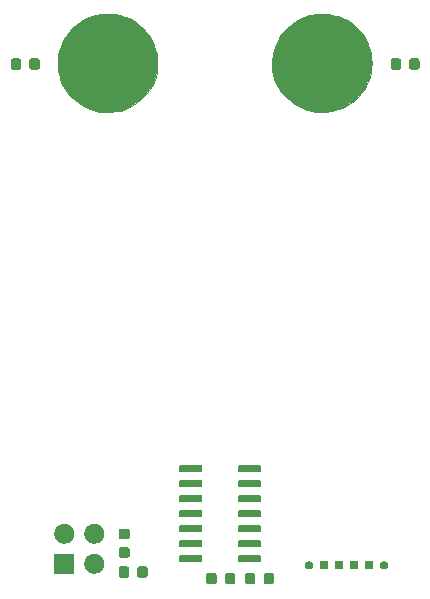
<source format=gbr>
G04 #@! TF.GenerationSoftware,KiCad,Pcbnew,(5.1.5)-3*
G04 #@! TF.CreationDate,2020-08-11T16:55:22+02:00*
G04 #@! TF.ProjectId,Badge addon Ninja prize,42616467-6520-4616-9464-6f6e204e696e,rev?*
G04 #@! TF.SameCoordinates,Original*
G04 #@! TF.FileFunction,Soldermask,Bot*
G04 #@! TF.FilePolarity,Negative*
%FSLAX46Y46*%
G04 Gerber Fmt 4.6, Leading zero omitted, Abs format (unit mm)*
G04 Created by KiCad (PCBNEW (5.1.5)-3) date 2020-08-11 16:55:22*
%MOMM*%
%LPD*%
G04 APERTURE LIST*
%ADD10C,0.010000*%
%ADD11C,0.100000*%
G04 APERTURE END LIST*
D10*
G36*
X80271526Y-84927551D02*
G01*
X80632500Y-84963785D01*
X81028460Y-85037363D01*
X81403378Y-85145018D01*
X81759784Y-85288072D01*
X82100206Y-85467845D01*
X82427174Y-85685659D01*
X82743218Y-85942836D01*
X83025213Y-86214006D01*
X83256892Y-86471636D01*
X83458582Y-86736230D01*
X83633056Y-87013279D01*
X83783089Y-87308273D01*
X83911455Y-87626702D01*
X84020928Y-87974058D01*
X84114283Y-88355831D01*
X84119301Y-88379333D01*
X84137592Y-88468831D01*
X84151466Y-88547445D01*
X84161547Y-88623459D01*
X84168457Y-88705158D01*
X84172821Y-88800825D01*
X84175262Y-88918744D01*
X84176404Y-89067201D01*
X84176647Y-89141333D01*
X84176629Y-89308031D01*
X84175274Y-89440526D01*
X84172062Y-89546940D01*
X84166470Y-89635395D01*
X84157978Y-89714014D01*
X84146064Y-89790919D01*
X84130206Y-89874231D01*
X84129313Y-89878648D01*
X84028249Y-90271421D01*
X83886770Y-90653655D01*
X83706018Y-91022907D01*
X83487130Y-91376731D01*
X83333702Y-91586083D01*
X83244485Y-91692386D01*
X83130796Y-91815580D01*
X83001722Y-91946756D01*
X82866353Y-92077004D01*
X82733778Y-92197414D01*
X82613084Y-92299075D01*
X82579834Y-92325137D01*
X82339001Y-92499325D01*
X82096227Y-92652210D01*
X81832491Y-92795669D01*
X81800086Y-92812035D01*
X81590781Y-92913767D01*
X81407547Y-92994699D01*
X81241246Y-93057538D01*
X81082742Y-93104993D01*
X80922899Y-93139771D01*
X80752580Y-93164582D01*
X80562649Y-93182131D01*
X80547834Y-93183197D01*
X80450236Y-93188614D01*
X80326915Y-93193179D01*
X80184944Y-93196849D01*
X80031396Y-93199583D01*
X79873344Y-93201338D01*
X79717860Y-93202072D01*
X79572018Y-93201743D01*
X79442889Y-93200310D01*
X79337548Y-93197729D01*
X79263066Y-93193960D01*
X79235500Y-93191009D01*
X78998250Y-93140775D01*
X78740833Y-93065109D01*
X78473524Y-92967992D01*
X78206600Y-92853407D01*
X77950337Y-92725336D01*
X77775000Y-92625068D01*
X77419194Y-92386550D01*
X77096923Y-92123308D01*
X76805901Y-91833170D01*
X76543836Y-91513966D01*
X76422868Y-91342667D01*
X76226588Y-91016797D01*
X76059470Y-90669517D01*
X75925206Y-90309854D01*
X75827483Y-89946833D01*
X75803968Y-89828317D01*
X75778465Y-89643263D01*
X75762072Y-89429614D01*
X75754891Y-89200141D01*
X75757023Y-88967613D01*
X75768567Y-88744798D01*
X75789625Y-88544467D01*
X75793645Y-88516917D01*
X75873166Y-88103458D01*
X75982395Y-87718086D01*
X76123141Y-87357046D01*
X76297212Y-87016586D01*
X76506416Y-86692954D01*
X76752561Y-86382395D01*
X76900429Y-86219910D01*
X77200674Y-85934593D01*
X77525406Y-85682719D01*
X77872093Y-85465139D01*
X78238205Y-85282705D01*
X78621209Y-85136270D01*
X79018574Y-85026685D01*
X79427770Y-84954802D01*
X79846264Y-84921473D01*
X80271526Y-84927551D01*
G37*
X80271526Y-84927551D02*
X80632500Y-84963785D01*
X81028460Y-85037363D01*
X81403378Y-85145018D01*
X81759784Y-85288072D01*
X82100206Y-85467845D01*
X82427174Y-85685659D01*
X82743218Y-85942836D01*
X83025213Y-86214006D01*
X83256892Y-86471636D01*
X83458582Y-86736230D01*
X83633056Y-87013279D01*
X83783089Y-87308273D01*
X83911455Y-87626702D01*
X84020928Y-87974058D01*
X84114283Y-88355831D01*
X84119301Y-88379333D01*
X84137592Y-88468831D01*
X84151466Y-88547445D01*
X84161547Y-88623459D01*
X84168457Y-88705158D01*
X84172821Y-88800825D01*
X84175262Y-88918744D01*
X84176404Y-89067201D01*
X84176647Y-89141333D01*
X84176629Y-89308031D01*
X84175274Y-89440526D01*
X84172062Y-89546940D01*
X84166470Y-89635395D01*
X84157978Y-89714014D01*
X84146064Y-89790919D01*
X84130206Y-89874231D01*
X84129313Y-89878648D01*
X84028249Y-90271421D01*
X83886770Y-90653655D01*
X83706018Y-91022907D01*
X83487130Y-91376731D01*
X83333702Y-91586083D01*
X83244485Y-91692386D01*
X83130796Y-91815580D01*
X83001722Y-91946756D01*
X82866353Y-92077004D01*
X82733778Y-92197414D01*
X82613084Y-92299075D01*
X82579834Y-92325137D01*
X82339001Y-92499325D01*
X82096227Y-92652210D01*
X81832491Y-92795669D01*
X81800086Y-92812035D01*
X81590781Y-92913767D01*
X81407547Y-92994699D01*
X81241246Y-93057538D01*
X81082742Y-93104993D01*
X80922899Y-93139771D01*
X80752580Y-93164582D01*
X80562649Y-93182131D01*
X80547834Y-93183197D01*
X80450236Y-93188614D01*
X80326915Y-93193179D01*
X80184944Y-93196849D01*
X80031396Y-93199583D01*
X79873344Y-93201338D01*
X79717860Y-93202072D01*
X79572018Y-93201743D01*
X79442889Y-93200310D01*
X79337548Y-93197729D01*
X79263066Y-93193960D01*
X79235500Y-93191009D01*
X78998250Y-93140775D01*
X78740833Y-93065109D01*
X78473524Y-92967992D01*
X78206600Y-92853407D01*
X77950337Y-92725336D01*
X77775000Y-92625068D01*
X77419194Y-92386550D01*
X77096923Y-92123308D01*
X76805901Y-91833170D01*
X76543836Y-91513966D01*
X76422868Y-91342667D01*
X76226588Y-91016797D01*
X76059470Y-90669517D01*
X75925206Y-90309854D01*
X75827483Y-89946833D01*
X75803968Y-89828317D01*
X75778465Y-89643263D01*
X75762072Y-89429614D01*
X75754891Y-89200141D01*
X75757023Y-88967613D01*
X75768567Y-88744798D01*
X75789625Y-88544467D01*
X75793645Y-88516917D01*
X75873166Y-88103458D01*
X75982395Y-87718086D01*
X76123141Y-87357046D01*
X76297212Y-87016586D01*
X76506416Y-86692954D01*
X76752561Y-86382395D01*
X76900429Y-86219910D01*
X77200674Y-85934593D01*
X77525406Y-85682719D01*
X77872093Y-85465139D01*
X78238205Y-85282705D01*
X78621209Y-85136270D01*
X79018574Y-85026685D01*
X79427770Y-84954802D01*
X79846264Y-84921473D01*
X80271526Y-84927551D01*
G36*
X98391035Y-84936431D02*
G01*
X98701550Y-84959384D01*
X98988172Y-84999763D01*
X99258938Y-85059305D01*
X99521887Y-85139749D01*
X99785056Y-85242831D01*
X100031750Y-85357895D01*
X100385894Y-85557128D01*
X100718991Y-85790399D01*
X101027804Y-86054469D01*
X101309099Y-86346098D01*
X101559640Y-86662049D01*
X101776190Y-86999083D01*
X101894458Y-87222319D01*
X102043081Y-87570994D01*
X102161687Y-87942645D01*
X102248711Y-88328895D01*
X102302584Y-88721371D01*
X102321740Y-89111698D01*
X102309277Y-89438957D01*
X102256103Y-89857450D01*
X102166242Y-90254971D01*
X102039341Y-90632271D01*
X101875049Y-90990102D01*
X101673012Y-91329217D01*
X101432878Y-91650368D01*
X101154294Y-91954306D01*
X101108780Y-91998833D01*
X100814976Y-92259081D01*
X100502434Y-92492370D01*
X100176521Y-92695593D01*
X99842601Y-92865644D01*
X99506040Y-92999417D01*
X99248584Y-93075717D01*
X98872011Y-93152821D01*
X98476221Y-93201588D01*
X98074325Y-93221013D01*
X97679432Y-93210091D01*
X97588193Y-93202935D01*
X97260731Y-93158726D01*
X96942107Y-93084096D01*
X96628151Y-92977297D01*
X96314695Y-92836578D01*
X95997568Y-92660190D01*
X95672602Y-92446384D01*
X95518858Y-92334629D01*
X95412160Y-92249263D01*
X95288857Y-92141421D01*
X95155848Y-92017987D01*
X95020031Y-91885847D01*
X94888305Y-91751886D01*
X94767570Y-91622991D01*
X94664723Y-91506046D01*
X94586664Y-91407938D01*
X94577122Y-91394710D01*
X94384014Y-91086839D01*
X94221295Y-90753341D01*
X94089952Y-90399049D01*
X93990975Y-90028795D01*
X93925352Y-89647410D01*
X93894071Y-89259729D01*
X93898120Y-88870582D01*
X93938489Y-88484803D01*
X93958143Y-88368750D01*
X94055247Y-87957552D01*
X94190501Y-87562379D01*
X94362096Y-87185426D01*
X94568226Y-86828889D01*
X94807083Y-86494961D01*
X95076857Y-86185838D01*
X95375743Y-85903714D01*
X95701930Y-85650783D01*
X96053613Y-85429241D01*
X96428982Y-85241282D01*
X96589636Y-85174307D01*
X96825731Y-85089997D01*
X97059338Y-85025166D01*
X97299640Y-84978270D01*
X97555817Y-84947767D01*
X97837054Y-84932115D01*
X98048589Y-84929167D01*
X98391035Y-84936431D01*
G37*
X98391035Y-84936431D02*
X98701550Y-84959384D01*
X98988172Y-84999763D01*
X99258938Y-85059305D01*
X99521887Y-85139749D01*
X99785056Y-85242831D01*
X100031750Y-85357895D01*
X100385894Y-85557128D01*
X100718991Y-85790399D01*
X101027804Y-86054469D01*
X101309099Y-86346098D01*
X101559640Y-86662049D01*
X101776190Y-86999083D01*
X101894458Y-87222319D01*
X102043081Y-87570994D01*
X102161687Y-87942645D01*
X102248711Y-88328895D01*
X102302584Y-88721371D01*
X102321740Y-89111698D01*
X102309277Y-89438957D01*
X102256103Y-89857450D01*
X102166242Y-90254971D01*
X102039341Y-90632271D01*
X101875049Y-90990102D01*
X101673012Y-91329217D01*
X101432878Y-91650368D01*
X101154294Y-91954306D01*
X101108780Y-91998833D01*
X100814976Y-92259081D01*
X100502434Y-92492370D01*
X100176521Y-92695593D01*
X99842601Y-92865644D01*
X99506040Y-92999417D01*
X99248584Y-93075717D01*
X98872011Y-93152821D01*
X98476221Y-93201588D01*
X98074325Y-93221013D01*
X97679432Y-93210091D01*
X97588193Y-93202935D01*
X97260731Y-93158726D01*
X96942107Y-93084096D01*
X96628151Y-92977297D01*
X96314695Y-92836578D01*
X95997568Y-92660190D01*
X95672602Y-92446384D01*
X95518858Y-92334629D01*
X95412160Y-92249263D01*
X95288857Y-92141421D01*
X95155848Y-92017987D01*
X95020031Y-91885847D01*
X94888305Y-91751886D01*
X94767570Y-91622991D01*
X94664723Y-91506046D01*
X94586664Y-91407938D01*
X94577122Y-91394710D01*
X94384014Y-91086839D01*
X94221295Y-90753341D01*
X94089952Y-90399049D01*
X93990975Y-90028795D01*
X93925352Y-89647410D01*
X93894071Y-89259729D01*
X93898120Y-88870582D01*
X93938489Y-88484803D01*
X93958143Y-88368750D01*
X94055247Y-87957552D01*
X94190501Y-87562379D01*
X94362096Y-87185426D01*
X94568226Y-86828889D01*
X94807083Y-86494961D01*
X95076857Y-86185838D01*
X95375743Y-85903714D01*
X95701930Y-85650783D01*
X96053613Y-85429241D01*
X96428982Y-85241282D01*
X96589636Y-85174307D01*
X96825731Y-85089997D01*
X97059338Y-85025166D01*
X97299640Y-84978270D01*
X97555817Y-84947767D01*
X97837054Y-84932115D01*
X98048589Y-84929167D01*
X98391035Y-84936431D01*
D11*
G36*
X93898019Y-132253912D02*
G01*
X93933371Y-132264636D01*
X93965950Y-132282050D01*
X93994511Y-132305489D01*
X94017950Y-132334050D01*
X94035364Y-132366629D01*
X94046088Y-132401981D01*
X94050000Y-132441697D01*
X94050000Y-133008303D01*
X94046088Y-133048019D01*
X94035364Y-133083371D01*
X94017950Y-133115950D01*
X93994511Y-133144511D01*
X93965950Y-133167950D01*
X93933371Y-133185364D01*
X93898019Y-133196088D01*
X93858303Y-133200000D01*
X93366697Y-133200000D01*
X93326981Y-133196088D01*
X93291629Y-133185364D01*
X93259050Y-133167950D01*
X93230489Y-133144511D01*
X93207050Y-133115950D01*
X93189636Y-133083371D01*
X93178912Y-133048019D01*
X93175000Y-133008303D01*
X93175000Y-132441697D01*
X93178912Y-132401981D01*
X93189636Y-132366629D01*
X93207050Y-132334050D01*
X93230489Y-132305489D01*
X93259050Y-132282050D01*
X93291629Y-132264636D01*
X93326981Y-132253912D01*
X93366697Y-132250000D01*
X93858303Y-132250000D01*
X93898019Y-132253912D01*
G37*
G36*
X92323019Y-132253912D02*
G01*
X92358371Y-132264636D01*
X92390950Y-132282050D01*
X92419511Y-132305489D01*
X92442950Y-132334050D01*
X92460364Y-132366629D01*
X92471088Y-132401981D01*
X92475000Y-132441697D01*
X92475000Y-133008303D01*
X92471088Y-133048019D01*
X92460364Y-133083371D01*
X92442950Y-133115950D01*
X92419511Y-133144511D01*
X92390950Y-133167950D01*
X92358371Y-133185364D01*
X92323019Y-133196088D01*
X92283303Y-133200000D01*
X91791697Y-133200000D01*
X91751981Y-133196088D01*
X91716629Y-133185364D01*
X91684050Y-133167950D01*
X91655489Y-133144511D01*
X91632050Y-133115950D01*
X91614636Y-133083371D01*
X91603912Y-133048019D01*
X91600000Y-133008303D01*
X91600000Y-132441697D01*
X91603912Y-132401981D01*
X91614636Y-132366629D01*
X91632050Y-132334050D01*
X91655489Y-132305489D01*
X91684050Y-132282050D01*
X91716629Y-132264636D01*
X91751981Y-132253912D01*
X91791697Y-132250000D01*
X92283303Y-132250000D01*
X92323019Y-132253912D01*
G37*
G36*
X89048019Y-132253912D02*
G01*
X89083371Y-132264636D01*
X89115950Y-132282050D01*
X89144511Y-132305489D01*
X89167950Y-132334050D01*
X89185364Y-132366629D01*
X89196088Y-132401981D01*
X89200000Y-132441697D01*
X89200000Y-133008303D01*
X89196088Y-133048019D01*
X89185364Y-133083371D01*
X89167950Y-133115950D01*
X89144511Y-133144511D01*
X89115950Y-133167950D01*
X89083371Y-133185364D01*
X89048019Y-133196088D01*
X89008303Y-133200000D01*
X88516697Y-133200000D01*
X88476981Y-133196088D01*
X88441629Y-133185364D01*
X88409050Y-133167950D01*
X88380489Y-133144511D01*
X88357050Y-133115950D01*
X88339636Y-133083371D01*
X88328912Y-133048019D01*
X88325000Y-133008303D01*
X88325000Y-132441697D01*
X88328912Y-132401981D01*
X88339636Y-132366629D01*
X88357050Y-132334050D01*
X88380489Y-132305489D01*
X88409050Y-132282050D01*
X88441629Y-132264636D01*
X88476981Y-132253912D01*
X88516697Y-132250000D01*
X89008303Y-132250000D01*
X89048019Y-132253912D01*
G37*
G36*
X90623019Y-132253912D02*
G01*
X90658371Y-132264636D01*
X90690950Y-132282050D01*
X90719511Y-132305489D01*
X90742950Y-132334050D01*
X90760364Y-132366629D01*
X90771088Y-132401981D01*
X90775000Y-132441697D01*
X90775000Y-133008303D01*
X90771088Y-133048019D01*
X90760364Y-133083371D01*
X90742950Y-133115950D01*
X90719511Y-133144511D01*
X90690950Y-133167950D01*
X90658371Y-133185364D01*
X90623019Y-133196088D01*
X90583303Y-133200000D01*
X90091697Y-133200000D01*
X90051981Y-133196088D01*
X90016629Y-133185364D01*
X89984050Y-133167950D01*
X89955489Y-133144511D01*
X89932050Y-133115950D01*
X89914636Y-133083371D01*
X89903912Y-133048019D01*
X89900000Y-133008303D01*
X89900000Y-132441697D01*
X89903912Y-132401981D01*
X89914636Y-132366629D01*
X89932050Y-132334050D01*
X89955489Y-132305489D01*
X89984050Y-132282050D01*
X90016629Y-132264636D01*
X90051981Y-132253912D01*
X90091697Y-132250000D01*
X90583303Y-132250000D01*
X90623019Y-132253912D01*
G37*
G36*
X81623019Y-131703912D02*
G01*
X81658371Y-131714636D01*
X81690950Y-131732050D01*
X81719511Y-131755489D01*
X81742950Y-131784050D01*
X81760364Y-131816629D01*
X81771088Y-131851981D01*
X81775000Y-131891697D01*
X81775000Y-132458303D01*
X81771088Y-132498019D01*
X81760364Y-132533371D01*
X81742950Y-132565950D01*
X81719511Y-132594511D01*
X81690950Y-132617950D01*
X81658371Y-132635364D01*
X81623019Y-132646088D01*
X81583303Y-132650000D01*
X81091697Y-132650000D01*
X81051981Y-132646088D01*
X81016629Y-132635364D01*
X80984050Y-132617950D01*
X80955489Y-132594511D01*
X80932050Y-132565950D01*
X80914636Y-132533371D01*
X80903912Y-132498019D01*
X80900000Y-132458303D01*
X80900000Y-131891697D01*
X80903912Y-131851981D01*
X80914636Y-131816629D01*
X80932050Y-131784050D01*
X80955489Y-131755489D01*
X80984050Y-131732050D01*
X81016629Y-131714636D01*
X81051981Y-131703912D01*
X81091697Y-131700000D01*
X81583303Y-131700000D01*
X81623019Y-131703912D01*
G37*
G36*
X83198019Y-131703912D02*
G01*
X83233371Y-131714636D01*
X83265950Y-131732050D01*
X83294511Y-131755489D01*
X83317950Y-131784050D01*
X83335364Y-131816629D01*
X83346088Y-131851981D01*
X83350000Y-131891697D01*
X83350000Y-132458303D01*
X83346088Y-132498019D01*
X83335364Y-132533371D01*
X83317950Y-132565950D01*
X83294511Y-132594511D01*
X83265950Y-132617950D01*
X83233371Y-132635364D01*
X83198019Y-132646088D01*
X83158303Y-132650000D01*
X82666697Y-132650000D01*
X82626981Y-132646088D01*
X82591629Y-132635364D01*
X82559050Y-132617950D01*
X82530489Y-132594511D01*
X82507050Y-132565950D01*
X82489636Y-132533371D01*
X82478912Y-132498019D01*
X82475000Y-132458303D01*
X82475000Y-131891697D01*
X82478912Y-131851981D01*
X82489636Y-131816629D01*
X82507050Y-131784050D01*
X82530489Y-131755489D01*
X82559050Y-131732050D01*
X82591629Y-131714636D01*
X82626981Y-131703912D01*
X82666697Y-131700000D01*
X83158303Y-131700000D01*
X83198019Y-131703912D01*
G37*
G36*
X79087936Y-130652665D02*
G01*
X79242626Y-130716739D01*
X79304830Y-130758303D01*
X79381844Y-130809762D01*
X79500238Y-130928156D01*
X79546855Y-130997924D01*
X79593261Y-131067374D01*
X79657335Y-131222064D01*
X79690000Y-131386282D01*
X79690000Y-131553718D01*
X79657335Y-131717936D01*
X79593261Y-131872626D01*
X79562441Y-131918750D01*
X79500238Y-132011844D01*
X79381844Y-132130238D01*
X79312076Y-132176855D01*
X79242626Y-132223261D01*
X79087936Y-132287335D01*
X78923718Y-132320000D01*
X78756282Y-132320000D01*
X78592064Y-132287335D01*
X78437374Y-132223261D01*
X78367924Y-132176855D01*
X78298156Y-132130238D01*
X78179762Y-132011844D01*
X78117559Y-131918750D01*
X78086739Y-131872626D01*
X78022665Y-131717936D01*
X77990000Y-131553718D01*
X77990000Y-131386282D01*
X78022665Y-131222064D01*
X78086739Y-131067374D01*
X78133145Y-130997924D01*
X78179762Y-130928156D01*
X78298156Y-130809762D01*
X78375170Y-130758303D01*
X78437374Y-130716739D01*
X78592064Y-130652665D01*
X78756282Y-130620000D01*
X78923718Y-130620000D01*
X79087936Y-130652665D01*
G37*
G36*
X77150000Y-132320000D02*
G01*
X75450000Y-132320000D01*
X75450000Y-130620000D01*
X77150000Y-130620000D01*
X77150000Y-132320000D01*
G37*
G36*
X97127791Y-131261143D02*
G01*
X97191924Y-131287707D01*
X97249642Y-131326273D01*
X97298727Y-131375358D01*
X97337293Y-131433076D01*
X97363857Y-131497209D01*
X97377400Y-131565292D01*
X97377400Y-131634708D01*
X97363857Y-131702791D01*
X97337293Y-131766924D01*
X97298727Y-131824642D01*
X97249642Y-131873727D01*
X97191924Y-131912293D01*
X97127791Y-131938857D01*
X97059708Y-131952400D01*
X96990292Y-131952400D01*
X96922209Y-131938857D01*
X96858076Y-131912293D01*
X96800358Y-131873727D01*
X96751273Y-131824642D01*
X96712707Y-131766924D01*
X96686143Y-131702791D01*
X96672600Y-131634708D01*
X96672600Y-131565292D01*
X96686143Y-131497209D01*
X96712707Y-131433076D01*
X96751273Y-131375358D01*
X96800358Y-131326273D01*
X96858076Y-131287707D01*
X96922209Y-131261143D01*
X96990292Y-131247600D01*
X97059708Y-131247600D01*
X97127791Y-131261143D01*
G37*
G36*
X103477791Y-131261143D02*
G01*
X103541924Y-131287707D01*
X103599642Y-131326273D01*
X103648727Y-131375358D01*
X103687293Y-131433076D01*
X103713857Y-131497209D01*
X103727400Y-131565292D01*
X103727400Y-131634708D01*
X103713857Y-131702791D01*
X103687293Y-131766924D01*
X103648727Y-131824642D01*
X103599642Y-131873727D01*
X103596129Y-131876074D01*
X103541924Y-131912293D01*
X103477791Y-131938857D01*
X103409708Y-131952400D01*
X103340292Y-131952400D01*
X103272209Y-131938857D01*
X103208076Y-131912293D01*
X103153871Y-131876074D01*
X103150358Y-131873727D01*
X103101273Y-131824642D01*
X103062707Y-131766924D01*
X103036143Y-131702791D01*
X103022600Y-131634708D01*
X103022600Y-131565292D01*
X103036143Y-131497209D01*
X103062707Y-131433076D01*
X103101273Y-131375358D01*
X103150358Y-131326273D01*
X103208076Y-131287707D01*
X103272209Y-131261143D01*
X103340292Y-131247600D01*
X103409708Y-131247600D01*
X103477791Y-131261143D01*
G37*
G36*
X101185000Y-131950000D02*
G01*
X100485000Y-131950000D01*
X100485000Y-131250000D01*
X101185000Y-131250000D01*
X101185000Y-131950000D01*
G37*
G36*
X98645000Y-131950000D02*
G01*
X97945000Y-131950000D01*
X97945000Y-131250000D01*
X98645000Y-131250000D01*
X98645000Y-131950000D01*
G37*
G36*
X99915000Y-131950000D02*
G01*
X99215000Y-131950000D01*
X99215000Y-131250000D01*
X99915000Y-131250000D01*
X99915000Y-131950000D01*
G37*
G36*
X102455000Y-131950000D02*
G01*
X101755000Y-131950000D01*
X101755000Y-131250000D01*
X102455000Y-131250000D01*
X102455000Y-131950000D01*
G37*
G36*
X87903351Y-130762591D02*
G01*
X87925812Y-130769404D01*
X87946511Y-130780468D01*
X87964648Y-130795352D01*
X87979532Y-130813489D01*
X87990596Y-130834188D01*
X87997409Y-130856649D01*
X88000000Y-130882948D01*
X88000000Y-131237052D01*
X87997409Y-131263351D01*
X87990596Y-131285812D01*
X87979532Y-131306511D01*
X87964648Y-131324648D01*
X87946511Y-131339532D01*
X87925812Y-131350596D01*
X87903351Y-131357409D01*
X87877052Y-131360000D01*
X86172948Y-131360000D01*
X86146649Y-131357409D01*
X86124188Y-131350596D01*
X86103489Y-131339532D01*
X86085352Y-131324648D01*
X86070468Y-131306511D01*
X86059404Y-131285812D01*
X86052591Y-131263351D01*
X86050000Y-131237052D01*
X86050000Y-130882948D01*
X86052591Y-130856649D01*
X86059404Y-130834188D01*
X86070468Y-130813489D01*
X86085352Y-130795352D01*
X86103489Y-130780468D01*
X86124188Y-130769404D01*
X86146649Y-130762591D01*
X86172948Y-130760000D01*
X87877052Y-130760000D01*
X87903351Y-130762591D01*
G37*
G36*
X92853351Y-130762591D02*
G01*
X92875812Y-130769404D01*
X92896511Y-130780468D01*
X92914648Y-130795352D01*
X92929532Y-130813489D01*
X92940596Y-130834188D01*
X92947409Y-130856649D01*
X92950000Y-130882948D01*
X92950000Y-131237052D01*
X92947409Y-131263351D01*
X92940596Y-131285812D01*
X92929532Y-131306511D01*
X92914648Y-131324648D01*
X92896511Y-131339532D01*
X92875812Y-131350596D01*
X92853351Y-131357409D01*
X92827052Y-131360000D01*
X91122948Y-131360000D01*
X91096649Y-131357409D01*
X91074188Y-131350596D01*
X91053489Y-131339532D01*
X91035352Y-131324648D01*
X91020468Y-131306511D01*
X91009404Y-131285812D01*
X91002591Y-131263351D01*
X91000000Y-131237052D01*
X91000000Y-130882948D01*
X91002591Y-130856649D01*
X91009404Y-130834188D01*
X91020468Y-130813489D01*
X91035352Y-130795352D01*
X91053489Y-130780468D01*
X91074188Y-130769404D01*
X91096649Y-130762591D01*
X91122948Y-130760000D01*
X92827052Y-130760000D01*
X92853351Y-130762591D01*
G37*
G36*
X81698019Y-130078912D02*
G01*
X81733371Y-130089636D01*
X81765950Y-130107050D01*
X81794511Y-130130489D01*
X81817950Y-130159050D01*
X81835364Y-130191629D01*
X81846088Y-130226981D01*
X81850000Y-130266697D01*
X81850000Y-130758303D01*
X81846088Y-130798019D01*
X81835364Y-130833371D01*
X81817950Y-130865950D01*
X81794511Y-130894511D01*
X81765950Y-130917950D01*
X81733371Y-130935364D01*
X81698019Y-130946088D01*
X81658303Y-130950000D01*
X81091697Y-130950000D01*
X81051981Y-130946088D01*
X81016629Y-130935364D01*
X80984050Y-130917950D01*
X80955489Y-130894511D01*
X80932050Y-130865950D01*
X80914636Y-130833371D01*
X80903912Y-130798019D01*
X80900000Y-130758303D01*
X80900000Y-130266697D01*
X80903912Y-130226981D01*
X80914636Y-130191629D01*
X80932050Y-130159050D01*
X80955489Y-130130489D01*
X80984050Y-130107050D01*
X81016629Y-130089636D01*
X81051981Y-130078912D01*
X81091697Y-130075000D01*
X81658303Y-130075000D01*
X81698019Y-130078912D01*
G37*
G36*
X92853351Y-129492591D02*
G01*
X92875812Y-129499404D01*
X92896511Y-129510468D01*
X92914648Y-129525352D01*
X92929532Y-129543489D01*
X92940596Y-129564188D01*
X92947409Y-129586649D01*
X92950000Y-129612948D01*
X92950000Y-129967052D01*
X92947409Y-129993351D01*
X92940596Y-130015812D01*
X92929532Y-130036511D01*
X92914648Y-130054648D01*
X92896511Y-130069532D01*
X92875812Y-130080596D01*
X92853351Y-130087409D01*
X92827052Y-130090000D01*
X91122948Y-130090000D01*
X91096649Y-130087409D01*
X91074188Y-130080596D01*
X91053489Y-130069532D01*
X91035352Y-130054648D01*
X91020468Y-130036511D01*
X91009404Y-130015812D01*
X91002591Y-129993351D01*
X91000000Y-129967052D01*
X91000000Y-129612948D01*
X91002591Y-129586649D01*
X91009404Y-129564188D01*
X91020468Y-129543489D01*
X91035352Y-129525352D01*
X91053489Y-129510468D01*
X91074188Y-129499404D01*
X91096649Y-129492591D01*
X91122948Y-129490000D01*
X92827052Y-129490000D01*
X92853351Y-129492591D01*
G37*
G36*
X87903351Y-129492591D02*
G01*
X87925812Y-129499404D01*
X87946511Y-129510468D01*
X87964648Y-129525352D01*
X87979532Y-129543489D01*
X87990596Y-129564188D01*
X87997409Y-129586649D01*
X88000000Y-129612948D01*
X88000000Y-129967052D01*
X87997409Y-129993351D01*
X87990596Y-130015812D01*
X87979532Y-130036511D01*
X87964648Y-130054648D01*
X87946511Y-130069532D01*
X87925812Y-130080596D01*
X87903351Y-130087409D01*
X87877052Y-130090000D01*
X86172948Y-130090000D01*
X86146649Y-130087409D01*
X86124188Y-130080596D01*
X86103489Y-130069532D01*
X86085352Y-130054648D01*
X86070468Y-130036511D01*
X86059404Y-130015812D01*
X86052591Y-129993351D01*
X86050000Y-129967052D01*
X86050000Y-129612948D01*
X86052591Y-129586649D01*
X86059404Y-129564188D01*
X86070468Y-129543489D01*
X86085352Y-129525352D01*
X86103489Y-129510468D01*
X86124188Y-129499404D01*
X86146649Y-129492591D01*
X86172948Y-129490000D01*
X87877052Y-129490000D01*
X87903351Y-129492591D01*
G37*
G36*
X79087936Y-128112665D02*
G01*
X79242626Y-128176739D01*
X79307370Y-128220000D01*
X79381844Y-128269762D01*
X79500238Y-128388156D01*
X79546855Y-128457924D01*
X79593261Y-128527374D01*
X79657335Y-128682064D01*
X79690000Y-128846282D01*
X79690000Y-129013718D01*
X79657335Y-129177936D01*
X79593261Y-129332626D01*
X79567561Y-129371088D01*
X79500238Y-129471844D01*
X79381844Y-129590238D01*
X79312076Y-129636855D01*
X79242626Y-129683261D01*
X79087936Y-129747335D01*
X78923718Y-129780000D01*
X78756282Y-129780000D01*
X78592064Y-129747335D01*
X78437374Y-129683261D01*
X78367924Y-129636855D01*
X78298156Y-129590238D01*
X78179762Y-129471844D01*
X78112439Y-129371088D01*
X78086739Y-129332626D01*
X78022665Y-129177936D01*
X77990000Y-129013718D01*
X77990000Y-128846282D01*
X78022665Y-128682064D01*
X78086739Y-128527374D01*
X78133145Y-128457924D01*
X78179762Y-128388156D01*
X78298156Y-128269762D01*
X78372630Y-128220000D01*
X78437374Y-128176739D01*
X78592064Y-128112665D01*
X78756282Y-128080000D01*
X78923718Y-128080000D01*
X79087936Y-128112665D01*
G37*
G36*
X76547936Y-128112665D02*
G01*
X76702626Y-128176739D01*
X76767370Y-128220000D01*
X76841844Y-128269762D01*
X76960238Y-128388156D01*
X77006855Y-128457924D01*
X77053261Y-128527374D01*
X77117335Y-128682064D01*
X77150000Y-128846282D01*
X77150000Y-129013718D01*
X77117335Y-129177936D01*
X77053261Y-129332626D01*
X77027561Y-129371088D01*
X76960238Y-129471844D01*
X76841844Y-129590238D01*
X76772076Y-129636855D01*
X76702626Y-129683261D01*
X76547936Y-129747335D01*
X76383718Y-129780000D01*
X76216282Y-129780000D01*
X76052064Y-129747335D01*
X75897374Y-129683261D01*
X75827924Y-129636855D01*
X75758156Y-129590238D01*
X75639762Y-129471844D01*
X75572439Y-129371088D01*
X75546739Y-129332626D01*
X75482665Y-129177936D01*
X75450000Y-129013718D01*
X75450000Y-128846282D01*
X75482665Y-128682064D01*
X75546739Y-128527374D01*
X75593145Y-128457924D01*
X75639762Y-128388156D01*
X75758156Y-128269762D01*
X75832630Y-128220000D01*
X75897374Y-128176739D01*
X76052064Y-128112665D01*
X76216282Y-128080000D01*
X76383718Y-128080000D01*
X76547936Y-128112665D01*
G37*
G36*
X81698019Y-128503912D02*
G01*
X81733371Y-128514636D01*
X81765950Y-128532050D01*
X81794511Y-128555489D01*
X81817950Y-128584050D01*
X81835364Y-128616629D01*
X81846088Y-128651981D01*
X81850000Y-128691697D01*
X81850000Y-129183303D01*
X81846088Y-129223019D01*
X81835364Y-129258371D01*
X81817950Y-129290950D01*
X81794511Y-129319511D01*
X81765950Y-129342950D01*
X81733371Y-129360364D01*
X81698019Y-129371088D01*
X81658303Y-129375000D01*
X81091697Y-129375000D01*
X81051981Y-129371088D01*
X81016629Y-129360364D01*
X80984050Y-129342950D01*
X80955489Y-129319511D01*
X80932050Y-129290950D01*
X80914636Y-129258371D01*
X80903912Y-129223019D01*
X80900000Y-129183303D01*
X80900000Y-128691697D01*
X80903912Y-128651981D01*
X80914636Y-128616629D01*
X80932050Y-128584050D01*
X80955489Y-128555489D01*
X80984050Y-128532050D01*
X81016629Y-128514636D01*
X81051981Y-128503912D01*
X81091697Y-128500000D01*
X81658303Y-128500000D01*
X81698019Y-128503912D01*
G37*
G36*
X87903351Y-128222591D02*
G01*
X87925812Y-128229404D01*
X87946511Y-128240468D01*
X87964648Y-128255352D01*
X87979532Y-128273489D01*
X87990596Y-128294188D01*
X87997409Y-128316649D01*
X88000000Y-128342948D01*
X88000000Y-128697052D01*
X87997409Y-128723351D01*
X87990596Y-128745812D01*
X87979532Y-128766511D01*
X87964648Y-128784648D01*
X87946511Y-128799532D01*
X87925812Y-128810596D01*
X87903351Y-128817409D01*
X87877052Y-128820000D01*
X86172948Y-128820000D01*
X86146649Y-128817409D01*
X86124188Y-128810596D01*
X86103489Y-128799532D01*
X86085352Y-128784648D01*
X86070468Y-128766511D01*
X86059404Y-128745812D01*
X86052591Y-128723351D01*
X86050000Y-128697052D01*
X86050000Y-128342948D01*
X86052591Y-128316649D01*
X86059404Y-128294188D01*
X86070468Y-128273489D01*
X86085352Y-128255352D01*
X86103489Y-128240468D01*
X86124188Y-128229404D01*
X86146649Y-128222591D01*
X86172948Y-128220000D01*
X87877052Y-128220000D01*
X87903351Y-128222591D01*
G37*
G36*
X92853351Y-128222591D02*
G01*
X92875812Y-128229404D01*
X92896511Y-128240468D01*
X92914648Y-128255352D01*
X92929532Y-128273489D01*
X92940596Y-128294188D01*
X92947409Y-128316649D01*
X92950000Y-128342948D01*
X92950000Y-128697052D01*
X92947409Y-128723351D01*
X92940596Y-128745812D01*
X92929532Y-128766511D01*
X92914648Y-128784648D01*
X92896511Y-128799532D01*
X92875812Y-128810596D01*
X92853351Y-128817409D01*
X92827052Y-128820000D01*
X91122948Y-128820000D01*
X91096649Y-128817409D01*
X91074188Y-128810596D01*
X91053489Y-128799532D01*
X91035352Y-128784648D01*
X91020468Y-128766511D01*
X91009404Y-128745812D01*
X91002591Y-128723351D01*
X91000000Y-128697052D01*
X91000000Y-128342948D01*
X91002591Y-128316649D01*
X91009404Y-128294188D01*
X91020468Y-128273489D01*
X91035352Y-128255352D01*
X91053489Y-128240468D01*
X91074188Y-128229404D01*
X91096649Y-128222591D01*
X91122948Y-128220000D01*
X92827052Y-128220000D01*
X92853351Y-128222591D01*
G37*
G36*
X87903351Y-126952591D02*
G01*
X87925812Y-126959404D01*
X87946511Y-126970468D01*
X87964648Y-126985352D01*
X87979532Y-127003489D01*
X87990596Y-127024188D01*
X87997409Y-127046649D01*
X88000000Y-127072948D01*
X88000000Y-127427052D01*
X87997409Y-127453351D01*
X87990596Y-127475812D01*
X87979532Y-127496511D01*
X87964648Y-127514648D01*
X87946511Y-127529532D01*
X87925812Y-127540596D01*
X87903351Y-127547409D01*
X87877052Y-127550000D01*
X86172948Y-127550000D01*
X86146649Y-127547409D01*
X86124188Y-127540596D01*
X86103489Y-127529532D01*
X86085352Y-127514648D01*
X86070468Y-127496511D01*
X86059404Y-127475812D01*
X86052591Y-127453351D01*
X86050000Y-127427052D01*
X86050000Y-127072948D01*
X86052591Y-127046649D01*
X86059404Y-127024188D01*
X86070468Y-127003489D01*
X86085352Y-126985352D01*
X86103489Y-126970468D01*
X86124188Y-126959404D01*
X86146649Y-126952591D01*
X86172948Y-126950000D01*
X87877052Y-126950000D01*
X87903351Y-126952591D01*
G37*
G36*
X92853351Y-126952591D02*
G01*
X92875812Y-126959404D01*
X92896511Y-126970468D01*
X92914648Y-126985352D01*
X92929532Y-127003489D01*
X92940596Y-127024188D01*
X92947409Y-127046649D01*
X92950000Y-127072948D01*
X92950000Y-127427052D01*
X92947409Y-127453351D01*
X92940596Y-127475812D01*
X92929532Y-127496511D01*
X92914648Y-127514648D01*
X92896511Y-127529532D01*
X92875812Y-127540596D01*
X92853351Y-127547409D01*
X92827052Y-127550000D01*
X91122948Y-127550000D01*
X91096649Y-127547409D01*
X91074188Y-127540596D01*
X91053489Y-127529532D01*
X91035352Y-127514648D01*
X91020468Y-127496511D01*
X91009404Y-127475812D01*
X91002591Y-127453351D01*
X91000000Y-127427052D01*
X91000000Y-127072948D01*
X91002591Y-127046649D01*
X91009404Y-127024188D01*
X91020468Y-127003489D01*
X91035352Y-126985352D01*
X91053489Y-126970468D01*
X91074188Y-126959404D01*
X91096649Y-126952591D01*
X91122948Y-126950000D01*
X92827052Y-126950000D01*
X92853351Y-126952591D01*
G37*
G36*
X87903351Y-125682591D02*
G01*
X87925812Y-125689404D01*
X87946511Y-125700468D01*
X87964648Y-125715352D01*
X87979532Y-125733489D01*
X87990596Y-125754188D01*
X87997409Y-125776649D01*
X88000000Y-125802948D01*
X88000000Y-126157052D01*
X87997409Y-126183351D01*
X87990596Y-126205812D01*
X87979532Y-126226511D01*
X87964648Y-126244648D01*
X87946511Y-126259532D01*
X87925812Y-126270596D01*
X87903351Y-126277409D01*
X87877052Y-126280000D01*
X86172948Y-126280000D01*
X86146649Y-126277409D01*
X86124188Y-126270596D01*
X86103489Y-126259532D01*
X86085352Y-126244648D01*
X86070468Y-126226511D01*
X86059404Y-126205812D01*
X86052591Y-126183351D01*
X86050000Y-126157052D01*
X86050000Y-125802948D01*
X86052591Y-125776649D01*
X86059404Y-125754188D01*
X86070468Y-125733489D01*
X86085352Y-125715352D01*
X86103489Y-125700468D01*
X86124188Y-125689404D01*
X86146649Y-125682591D01*
X86172948Y-125680000D01*
X87877052Y-125680000D01*
X87903351Y-125682591D01*
G37*
G36*
X92853351Y-125682591D02*
G01*
X92875812Y-125689404D01*
X92896511Y-125700468D01*
X92914648Y-125715352D01*
X92929532Y-125733489D01*
X92940596Y-125754188D01*
X92947409Y-125776649D01*
X92950000Y-125802948D01*
X92950000Y-126157052D01*
X92947409Y-126183351D01*
X92940596Y-126205812D01*
X92929532Y-126226511D01*
X92914648Y-126244648D01*
X92896511Y-126259532D01*
X92875812Y-126270596D01*
X92853351Y-126277409D01*
X92827052Y-126280000D01*
X91122948Y-126280000D01*
X91096649Y-126277409D01*
X91074188Y-126270596D01*
X91053489Y-126259532D01*
X91035352Y-126244648D01*
X91020468Y-126226511D01*
X91009404Y-126205812D01*
X91002591Y-126183351D01*
X91000000Y-126157052D01*
X91000000Y-125802948D01*
X91002591Y-125776649D01*
X91009404Y-125754188D01*
X91020468Y-125733489D01*
X91035352Y-125715352D01*
X91053489Y-125700468D01*
X91074188Y-125689404D01*
X91096649Y-125682591D01*
X91122948Y-125680000D01*
X92827052Y-125680000D01*
X92853351Y-125682591D01*
G37*
G36*
X92853351Y-124412591D02*
G01*
X92875812Y-124419404D01*
X92896511Y-124430468D01*
X92914648Y-124445352D01*
X92929532Y-124463489D01*
X92940596Y-124484188D01*
X92947409Y-124506649D01*
X92950000Y-124532948D01*
X92950000Y-124887052D01*
X92947409Y-124913351D01*
X92940596Y-124935812D01*
X92929532Y-124956511D01*
X92914648Y-124974648D01*
X92896511Y-124989532D01*
X92875812Y-125000596D01*
X92853351Y-125007409D01*
X92827052Y-125010000D01*
X91122948Y-125010000D01*
X91096649Y-125007409D01*
X91074188Y-125000596D01*
X91053489Y-124989532D01*
X91035352Y-124974648D01*
X91020468Y-124956511D01*
X91009404Y-124935812D01*
X91002591Y-124913351D01*
X91000000Y-124887052D01*
X91000000Y-124532948D01*
X91002591Y-124506649D01*
X91009404Y-124484188D01*
X91020468Y-124463489D01*
X91035352Y-124445352D01*
X91053489Y-124430468D01*
X91074188Y-124419404D01*
X91096649Y-124412591D01*
X91122948Y-124410000D01*
X92827052Y-124410000D01*
X92853351Y-124412591D01*
G37*
G36*
X87903351Y-124412591D02*
G01*
X87925812Y-124419404D01*
X87946511Y-124430468D01*
X87964648Y-124445352D01*
X87979532Y-124463489D01*
X87990596Y-124484188D01*
X87997409Y-124506649D01*
X88000000Y-124532948D01*
X88000000Y-124887052D01*
X87997409Y-124913351D01*
X87990596Y-124935812D01*
X87979532Y-124956511D01*
X87964648Y-124974648D01*
X87946511Y-124989532D01*
X87925812Y-125000596D01*
X87903351Y-125007409D01*
X87877052Y-125010000D01*
X86172948Y-125010000D01*
X86146649Y-125007409D01*
X86124188Y-125000596D01*
X86103489Y-124989532D01*
X86085352Y-124974648D01*
X86070468Y-124956511D01*
X86059404Y-124935812D01*
X86052591Y-124913351D01*
X86050000Y-124887052D01*
X86050000Y-124532948D01*
X86052591Y-124506649D01*
X86059404Y-124484188D01*
X86070468Y-124463489D01*
X86085352Y-124445352D01*
X86103489Y-124430468D01*
X86124188Y-124419404D01*
X86146649Y-124412591D01*
X86172948Y-124410000D01*
X87877052Y-124410000D01*
X87903351Y-124412591D01*
G37*
G36*
X87903351Y-123142591D02*
G01*
X87925812Y-123149404D01*
X87946511Y-123160468D01*
X87964648Y-123175352D01*
X87979532Y-123193489D01*
X87990596Y-123214188D01*
X87997409Y-123236649D01*
X88000000Y-123262948D01*
X88000000Y-123617052D01*
X87997409Y-123643351D01*
X87990596Y-123665812D01*
X87979532Y-123686511D01*
X87964648Y-123704648D01*
X87946511Y-123719532D01*
X87925812Y-123730596D01*
X87903351Y-123737409D01*
X87877052Y-123740000D01*
X86172948Y-123740000D01*
X86146649Y-123737409D01*
X86124188Y-123730596D01*
X86103489Y-123719532D01*
X86085352Y-123704648D01*
X86070468Y-123686511D01*
X86059404Y-123665812D01*
X86052591Y-123643351D01*
X86050000Y-123617052D01*
X86050000Y-123262948D01*
X86052591Y-123236649D01*
X86059404Y-123214188D01*
X86070468Y-123193489D01*
X86085352Y-123175352D01*
X86103489Y-123160468D01*
X86124188Y-123149404D01*
X86146649Y-123142591D01*
X86172948Y-123140000D01*
X87877052Y-123140000D01*
X87903351Y-123142591D01*
G37*
G36*
X92853351Y-123142591D02*
G01*
X92875812Y-123149404D01*
X92896511Y-123160468D01*
X92914648Y-123175352D01*
X92929532Y-123193489D01*
X92940596Y-123214188D01*
X92947409Y-123236649D01*
X92950000Y-123262948D01*
X92950000Y-123617052D01*
X92947409Y-123643351D01*
X92940596Y-123665812D01*
X92929532Y-123686511D01*
X92914648Y-123704648D01*
X92896511Y-123719532D01*
X92875812Y-123730596D01*
X92853351Y-123737409D01*
X92827052Y-123740000D01*
X91122948Y-123740000D01*
X91096649Y-123737409D01*
X91074188Y-123730596D01*
X91053489Y-123719532D01*
X91035352Y-123704648D01*
X91020468Y-123686511D01*
X91009404Y-123665812D01*
X91002591Y-123643351D01*
X91000000Y-123617052D01*
X91000000Y-123262948D01*
X91002591Y-123236649D01*
X91009404Y-123214188D01*
X91020468Y-123193489D01*
X91035352Y-123175352D01*
X91053489Y-123160468D01*
X91074188Y-123149404D01*
X91096649Y-123142591D01*
X91122948Y-123140000D01*
X92827052Y-123140000D01*
X92853351Y-123142591D01*
G37*
G36*
X79206917Y-88339296D02*
G01*
X79246028Y-88351160D01*
X79282062Y-88370420D01*
X79313653Y-88396347D01*
X79339580Y-88427938D01*
X79358840Y-88463972D01*
X79370704Y-88503083D01*
X79375000Y-88546697D01*
X79375000Y-89773303D01*
X79370704Y-89816917D01*
X79358840Y-89856028D01*
X79339580Y-89892062D01*
X79313653Y-89923653D01*
X79282062Y-89949580D01*
X79246028Y-89968840D01*
X79206917Y-89980704D01*
X79163303Y-89985000D01*
X77986697Y-89985000D01*
X77943083Y-89980704D01*
X77903972Y-89968840D01*
X77867938Y-89949580D01*
X77836347Y-89923653D01*
X77810420Y-89892062D01*
X77791160Y-89856028D01*
X77779296Y-89816917D01*
X77775000Y-89773303D01*
X77775000Y-88546697D01*
X77779296Y-88503083D01*
X77791160Y-88463972D01*
X77810420Y-88427938D01*
X77836347Y-88396347D01*
X77867938Y-88370420D01*
X77903972Y-88351160D01*
X77943083Y-88339296D01*
X77986697Y-88335000D01*
X79163303Y-88335000D01*
X79206917Y-88339296D01*
G37*
G36*
X100206917Y-88339296D02*
G01*
X100246028Y-88351160D01*
X100282062Y-88370420D01*
X100313653Y-88396347D01*
X100339580Y-88427938D01*
X100358840Y-88463972D01*
X100370704Y-88503083D01*
X100375000Y-88546697D01*
X100375000Y-89773303D01*
X100370704Y-89816917D01*
X100358840Y-89856028D01*
X100339580Y-89892062D01*
X100313653Y-89923653D01*
X100282062Y-89949580D01*
X100246028Y-89968840D01*
X100206917Y-89980704D01*
X100163303Y-89985000D01*
X98986697Y-89985000D01*
X98943083Y-89980704D01*
X98903972Y-89968840D01*
X98867938Y-89949580D01*
X98836347Y-89923653D01*
X98810420Y-89892062D01*
X98791160Y-89856028D01*
X98779296Y-89816917D01*
X98775000Y-89773303D01*
X98775000Y-88546697D01*
X98779296Y-88503083D01*
X98791160Y-88463972D01*
X98810420Y-88427938D01*
X98836347Y-88396347D01*
X98867938Y-88370420D01*
X98903972Y-88351160D01*
X98943083Y-88339296D01*
X98986697Y-88335000D01*
X100163303Y-88335000D01*
X100206917Y-88339296D01*
G37*
G36*
X97356917Y-88339296D02*
G01*
X97396028Y-88351160D01*
X97432062Y-88370420D01*
X97463653Y-88396347D01*
X97489580Y-88427938D01*
X97508840Y-88463972D01*
X97520704Y-88503083D01*
X97525000Y-88546697D01*
X97525000Y-89773303D01*
X97520704Y-89816917D01*
X97508840Y-89856028D01*
X97489580Y-89892062D01*
X97463653Y-89923653D01*
X97432062Y-89949580D01*
X97396028Y-89968840D01*
X97356917Y-89980704D01*
X97313303Y-89985000D01*
X96136697Y-89985000D01*
X96093083Y-89980704D01*
X96053972Y-89968840D01*
X96017938Y-89949580D01*
X95986347Y-89923653D01*
X95960420Y-89892062D01*
X95941160Y-89856028D01*
X95929296Y-89816917D01*
X95925000Y-89773303D01*
X95925000Y-88546697D01*
X95929296Y-88503083D01*
X95941160Y-88463972D01*
X95960420Y-88427938D01*
X95986347Y-88396347D01*
X96017938Y-88370420D01*
X96053972Y-88351160D01*
X96093083Y-88339296D01*
X96136697Y-88335000D01*
X97313303Y-88335000D01*
X97356917Y-88339296D01*
G37*
G36*
X82056917Y-88339296D02*
G01*
X82096028Y-88351160D01*
X82132062Y-88370420D01*
X82163653Y-88396347D01*
X82189580Y-88427938D01*
X82208840Y-88463972D01*
X82220704Y-88503083D01*
X82225000Y-88546697D01*
X82225000Y-89773303D01*
X82220704Y-89816917D01*
X82208840Y-89856028D01*
X82189580Y-89892062D01*
X82163653Y-89923653D01*
X82132062Y-89949580D01*
X82096028Y-89968840D01*
X82056917Y-89980704D01*
X82013303Y-89985000D01*
X80836697Y-89985000D01*
X80793083Y-89980704D01*
X80753972Y-89968840D01*
X80717938Y-89949580D01*
X80686347Y-89923653D01*
X80660420Y-89892062D01*
X80641160Y-89856028D01*
X80629296Y-89816917D01*
X80625000Y-89773303D01*
X80625000Y-88546697D01*
X80629296Y-88503083D01*
X80641160Y-88463972D01*
X80660420Y-88427938D01*
X80686347Y-88396347D01*
X80717938Y-88370420D01*
X80753972Y-88351160D01*
X80793083Y-88339296D01*
X80836697Y-88335000D01*
X82013303Y-88335000D01*
X82056917Y-88339296D01*
G37*
G36*
X104648019Y-88688912D02*
G01*
X104683371Y-88699636D01*
X104715950Y-88717050D01*
X104744511Y-88740489D01*
X104767950Y-88769050D01*
X104785364Y-88801629D01*
X104796088Y-88836981D01*
X104800000Y-88876697D01*
X104800000Y-89443303D01*
X104796088Y-89483019D01*
X104785364Y-89518371D01*
X104767950Y-89550950D01*
X104744511Y-89579511D01*
X104715950Y-89602950D01*
X104683371Y-89620364D01*
X104648019Y-89631088D01*
X104608303Y-89635000D01*
X104116697Y-89635000D01*
X104076981Y-89631088D01*
X104041629Y-89620364D01*
X104009050Y-89602950D01*
X103980489Y-89579511D01*
X103957050Y-89550950D01*
X103939636Y-89518371D01*
X103928912Y-89483019D01*
X103925000Y-89443303D01*
X103925000Y-88876697D01*
X103928912Y-88836981D01*
X103939636Y-88801629D01*
X103957050Y-88769050D01*
X103980489Y-88740489D01*
X104009050Y-88717050D01*
X104041629Y-88699636D01*
X104076981Y-88688912D01*
X104116697Y-88685000D01*
X104608303Y-88685000D01*
X104648019Y-88688912D01*
G37*
G36*
X106223019Y-88688912D02*
G01*
X106258371Y-88699636D01*
X106290950Y-88717050D01*
X106319511Y-88740489D01*
X106342950Y-88769050D01*
X106360364Y-88801629D01*
X106371088Y-88836981D01*
X106375000Y-88876697D01*
X106375000Y-89443303D01*
X106371088Y-89483019D01*
X106360364Y-89518371D01*
X106342950Y-89550950D01*
X106319511Y-89579511D01*
X106290950Y-89602950D01*
X106258371Y-89620364D01*
X106223019Y-89631088D01*
X106183303Y-89635000D01*
X105691697Y-89635000D01*
X105651981Y-89631088D01*
X105616629Y-89620364D01*
X105584050Y-89602950D01*
X105555489Y-89579511D01*
X105532050Y-89550950D01*
X105514636Y-89518371D01*
X105503912Y-89483019D01*
X105500000Y-89443303D01*
X105500000Y-88876697D01*
X105503912Y-88836981D01*
X105514636Y-88801629D01*
X105532050Y-88769050D01*
X105555489Y-88740489D01*
X105584050Y-88717050D01*
X105616629Y-88699636D01*
X105651981Y-88688912D01*
X105691697Y-88685000D01*
X106183303Y-88685000D01*
X106223019Y-88688912D01*
G37*
G36*
X74073019Y-88688912D02*
G01*
X74108371Y-88699636D01*
X74140950Y-88717050D01*
X74169511Y-88740489D01*
X74192950Y-88769050D01*
X74210364Y-88801629D01*
X74221088Y-88836981D01*
X74225000Y-88876697D01*
X74225000Y-89443303D01*
X74221088Y-89483019D01*
X74210364Y-89518371D01*
X74192950Y-89550950D01*
X74169511Y-89579511D01*
X74140950Y-89602950D01*
X74108371Y-89620364D01*
X74073019Y-89631088D01*
X74033303Y-89635000D01*
X73541697Y-89635000D01*
X73501981Y-89631088D01*
X73466629Y-89620364D01*
X73434050Y-89602950D01*
X73405489Y-89579511D01*
X73382050Y-89550950D01*
X73364636Y-89518371D01*
X73353912Y-89483019D01*
X73350000Y-89443303D01*
X73350000Y-88876697D01*
X73353912Y-88836981D01*
X73364636Y-88801629D01*
X73382050Y-88769050D01*
X73405489Y-88740489D01*
X73434050Y-88717050D01*
X73466629Y-88699636D01*
X73501981Y-88688912D01*
X73541697Y-88685000D01*
X74033303Y-88685000D01*
X74073019Y-88688912D01*
G37*
G36*
X72498019Y-88688912D02*
G01*
X72533371Y-88699636D01*
X72565950Y-88717050D01*
X72594511Y-88740489D01*
X72617950Y-88769050D01*
X72635364Y-88801629D01*
X72646088Y-88836981D01*
X72650000Y-88876697D01*
X72650000Y-89443303D01*
X72646088Y-89483019D01*
X72635364Y-89518371D01*
X72617950Y-89550950D01*
X72594511Y-89579511D01*
X72565950Y-89602950D01*
X72533371Y-89620364D01*
X72498019Y-89631088D01*
X72458303Y-89635000D01*
X71966697Y-89635000D01*
X71926981Y-89631088D01*
X71891629Y-89620364D01*
X71859050Y-89602950D01*
X71830489Y-89579511D01*
X71807050Y-89550950D01*
X71789636Y-89518371D01*
X71778912Y-89483019D01*
X71775000Y-89443303D01*
X71775000Y-88876697D01*
X71778912Y-88836981D01*
X71789636Y-88801629D01*
X71807050Y-88769050D01*
X71830489Y-88740489D01*
X71859050Y-88717050D01*
X71891629Y-88699636D01*
X71926981Y-88688912D01*
X71966697Y-88685000D01*
X72458303Y-88685000D01*
X72498019Y-88688912D01*
G37*
M02*

</source>
